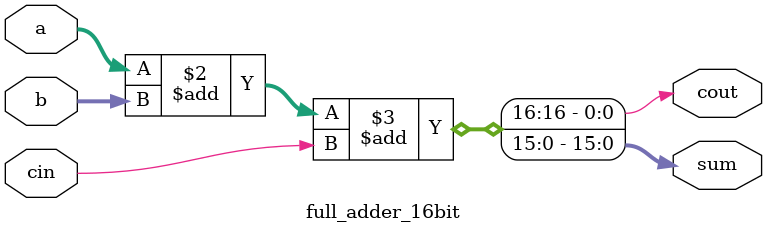
<source format=v>

module full_adder_16bit(
    input wire [15:0] a,
    input wire [15:0] b,
    input wire cin,
    output reg [15:0] sum,
    output reg cout
);

always @(*) begin
    {cout, sum} = a + b + cin;
end

endmodule
</source>
